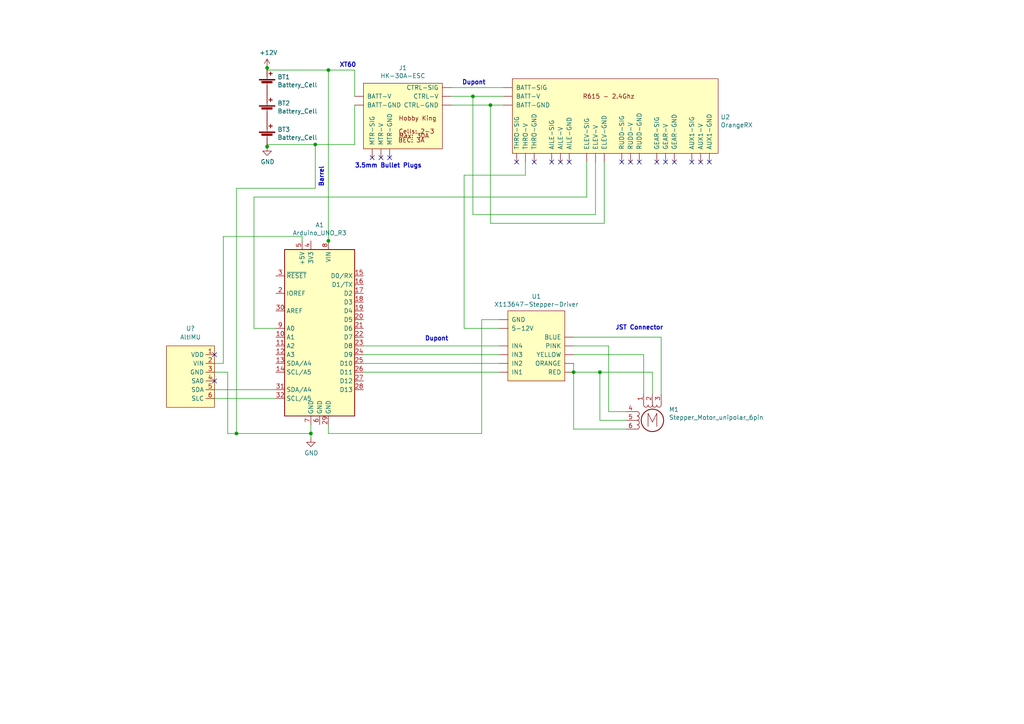
<source format=kicad_sch>
(kicad_sch (version 20211123) (generator eeschema)
  (paper "A4")
  (lib_symbols
    (symbol "Device:Battery_Cell" (pin_numbers hide) (pin_names (offset 0) hide)
      (property "Reference" "BT" (at 2.54 2.54 0))
      (property "Value" "Battery_Cell" (at 2.54 0 0))
      (symbol "Battery_Cell_0_1"
        (rectangle (start -2.286 1.778) (end 2.286 1.524) (fill (type outline)))
        (rectangle (start -1.5748 1.1938) (end 1.4732 0.6858) (fill (type outline)))
        (polyline (pts (xy 0 0.762) (xy 0 0)))
        (polyline (pts (xy 0 1.778) (xy 0 2.54)))
        (polyline (pts (xy 0.508 3.429) (xy 1.524 3.429)) (stroke (width 0.254)))
        (polyline (pts (xy 1.016 3.937) (xy 1.016 2.921)) (stroke (width 0.254)))
      )
      (symbol "Battery_Cell_1_1"
        (pin passive line (at 0 5.08 270) (length 2.54) (name "+") (number "1"))
        (pin passive line (at 0 -2.54 90) (length 2.54) (name "-") (number "2"))
      )
    )
    (symbol "MCU_Module:Arduino_UNO_R3"
      (property "Reference" "A" (at -10.16 23.495 0))
      (property "Value" "Arduino_UNO_R3" (at 5.08 -26.67 0))
      (symbol "Arduino_UNO_R3_0_1"
        (rectangle (start -10.16 22.86) (end 10.16 -25.4) (stroke (width 0.254)) (fill (type background)))
      )
      (symbol "Arduino_UNO_R3_1_1"
        (pin no_connect line (at -10.16 -20.32 0) (length 2.54) hide (name "NC") (number "1"))
        (pin bidirectional line (at 12.7 -2.54 180) (length 2.54) (name "A1") (number "10"))
        (pin bidirectional line (at 12.7 -5.08 180) (length 2.54) (name "A2") (number "11"))
        (pin bidirectional line (at 12.7 -7.62 180) (length 2.54) (name "A3") (number "12"))
        (pin bidirectional line (at 12.7 -10.16 180) (length 2.54) (name "SDA/A4") (number "13"))
        (pin bidirectional line (at 12.7 -12.7 180) (length 2.54) (name "SCL/A5") (number "14"))
        (pin bidirectional line (at -12.7 15.24 0) (length 2.54) (name "D0/RX") (number "15"))
        (pin bidirectional line (at -12.7 12.7 0) (length 2.54) (name "D1/TX") (number "16"))
        (pin bidirectional line (at -12.7 10.16 0) (length 2.54) (name "D2") (number "17"))
        (pin bidirectional line (at -12.7 7.62 0) (length 2.54) (name "D3") (number "18"))
        (pin bidirectional line (at -12.7 5.08 0) (length 2.54) (name "D4") (number "19"))
        (pin output line (at 12.7 10.16 180) (length 2.54) (name "IOREF") (number "2"))
        (pin bidirectional line (at -12.7 2.54 0) (length 2.54) (name "D5") (number "20"))
        (pin bidirectional line (at -12.7 0 0) (length 2.54) (name "D6") (number "21"))
        (pin bidirectional line (at -12.7 -2.54 0) (length 2.54) (name "D7") (number "22"))
        (pin bidirectional line (at -12.7 -5.08 0) (length 2.54) (name "D8") (number "23"))
        (pin bidirectional line (at -12.7 -7.62 0) (length 2.54) (name "D9") (number "24"))
        (pin bidirectional line (at -12.7 -10.16 0) (length 2.54) (name "D10") (number "25"))
        (pin bidirectional line (at -12.7 -12.7 0) (length 2.54) (name "D11") (number "26"))
        (pin bidirectional line (at -12.7 -15.24 0) (length 2.54) (name "D12") (number "27"))
        (pin bidirectional line (at -12.7 -17.78 0) (length 2.54) (name "D13") (number "28"))
        (pin power_in line (at -2.54 -27.94 90) (length 2.54) (name "GND") (number "29"))
        (pin input line (at 12.7 15.24 180) (length 2.54) (name "~{RESET}") (number "3"))
        (pin input line (at 12.7 5.08 180) (length 2.54) (name "AREF") (number "30"))
        (pin bidirectional line (at 12.7 -17.78 180) (length 2.54) (name "SDA/A4") (number "31"))
        (pin bidirectional line (at 12.7 -20.32 180) (length 2.54) (name "SCL/A5") (number "32"))
        (pin power_out line (at 2.54 25.4 270) (length 2.54) (name "3V3") (number "4"))
        (pin power_out line (at 5.08 25.4 270) (length 2.54) (name "+5V") (number "5"))
        (pin power_in line (at 0 -27.94 90) (length 2.54) (name "GND") (number "6"))
        (pin power_in line (at 2.54 -27.94 90) (length 2.54) (name "GND") (number "7"))
        (pin power_in line (at -2.54 25.4 270) (length 2.54) (name "VIN") (number "8"))
        (pin bidirectional line (at 12.7 0 180) (length 2.54) (name "A0") (number "9"))
      )
    )
    (symbol "Motor:Stepper_Motor_unipolar_6pin" (pin_names (offset 0) hide)
      (property "Reference" "M" (at 3.81 2.54 0))
      (property "Value" "Stepper_Motor_unipolar_6pin" (at 3.81 1.27 0))
      (symbol "Stepper_Motor_unipolar_6pin_0_0"
        (polyline (pts (xy -1.27 -1.778) (xy -1.27 2.032) (xy 0 -0.508) (xy 1.27 2.032) (xy 1.27 -1.778)))
      )
      (symbol "Stepper_Motor_unipolar_6pin_0_1"
        (arc (start -4.445 -2.54) (mid -3.81 -1.905) (end -4.445 -1.27))
        (arc (start -4.445 -1.27) (mid -3.81 -0.635) (end -4.445 0))
        (arc (start -4.445 0) (mid -3.81 0.635) (end -4.445 1.27))
        (arc (start -4.445 1.27) (mid -3.81 1.905) (end -4.445 2.54))
        (arc (start -2.54 4.445) (mid -1.905 3.81) (end -1.27 4.445))
        (arc (start -1.27 4.445) (mid -0.635 3.81) (end 0 4.445))
        (polyline (pts (xy -5.08 -2.54) (xy -4.445 -2.54)))
        (polyline (pts (xy -5.08 2.54) (xy -4.445 2.54)))
        (polyline (pts (xy -4.445 0) (xy -5.08 0)))
        (polyline (pts (xy -2.54 4.445) (xy -2.54 5.08)))
        (polyline (pts (xy 0 4.445) (xy 0 5.08)))
        (polyline (pts (xy 2.54 4.445) (xy 2.54 5.08)))
        (circle (center 0 0) (radius 3.2512) (stroke (width 0.254)))
        (arc (start 0 4.445) (mid 0.635 3.81) (end 1.27 4.445))
        (arc (start 1.27 4.445) (mid 1.905 3.81) (end 2.54 4.445))
      )
      (symbol "Stepper_Motor_unipolar_6pin_1_1"
        (pin passive line (at -2.54 7.62 270) (length 2.54) (name "~") (number "1"))
        (pin passive line (at 0 7.62 270) (length 2.54) (name "~") (number "2"))
        (pin passive line (at 2.54 7.62 270) (length 2.54) (name "-") (number "3"))
        (pin passive line (at -7.62 2.54 0) (length 2.54) (name "~") (number "4"))
        (pin passive line (at -7.62 0 0) (length 2.54) (name "~") (number "5"))
        (pin passive line (at -7.62 -2.54 0) (length 2.54) (name "~") (number "6"))
      )
    )
    (symbol "payload2022_custom:AltIMU"
      (property "Reference" "U" (at 3.81 1.27 0))
      (property "Value" "AltIMU" (at 1.27 -10.16 90))
      (symbol "AltIMU_0_1"
        (rectangle (start -2.54 -19.05) (end 11.43 -1.27) (fill (type background)))
      )
      (symbol "AltIMU_1_1"
        (pin input line (at 11.43 -3.81 180) (length 2.54) (name "VDD") (number "1"))
        (pin input line (at 11.43 -6.35 180) (length 2.54) (name "VIN") (number "2"))
        (pin input line (at 11.43 -8.89 180) (length 2.54) (name "GND") (number "3"))
        (pin input line (at 11.43 -11.43 180) (length 2.54) (name "SA0") (number "4"))
        (pin input line (at 11.43 -13.97 180) (length 2.54) (name "SDA") (number "5"))
        (pin input line (at 11.43 -16.51 180) (length 2.54) (name "SLC") (number "6"))
      )
    )
    (symbol "payload2022_custom:HK-30A-ESC" (pin_names (offset 1.016))
      (property "Reference" "J" (at 0 0 0))
      (property "Value" "HK-30A-ESC" (at 7.62 -13.97 0))
      (symbol "HK-30A-ESC_0_0"
        (text "BEC: 3A" (at 8.89 -19.05 0) (effects (font (size 1.27 1.27)) (justify right)))
        (text "Cells: 2-3" (at 1.27 -16.51 0) (effects (font (size 1.27 1.27)) (justify left)))
        (text "Hobby King" (at 1.27 -12.7 0) (effects (font (size 1.27 1.27)) (justify left)))
        (text "Max: 30A" (at 1.27 -17.78 0) (effects (font (size 1.27 1.27)) (justify left)))
      )
      (symbol "HK-30A-ESC_0_1"
        (rectangle (start -8.89 -2.54) (end 13.97 -21.59) (fill (type background)))
      )
      (symbol "HK-30A-ESC_1_1"
        (pin input line (at -11.43 -8.89 0) (length 2.54) (name "BATT-GND") (number "~"))
        (pin input line (at -11.43 -6.35 0) (length 2.54) (name "BATT-V") (number "~"))
        (pin input line (at 16.51 -8.89 180) (length 2.54) (name "CTRL-GND") (number "~"))
        (pin input line (at 16.51 -3.81 180) (length 2.54) (name "CTRL-SIG") (number "~"))
        (pin input line (at 16.51 -6.35 180) (length 2.54) (name "CTRL-V") (number "~"))
        (pin input line (at -1.27 -24.13 90) (length 2.54) (name "MTR-GND") (number "~"))
        (pin input line (at -6.35 -24.13 90) (length 2.54) (name "MTR-SIG") (number "~"))
        (pin input line (at -3.81 -24.13 90) (length 2.54) (name "MTR-V") (number "~"))
      )
    )
    (symbol "payload2022_custom:OrangeRX" (pin_names (offset 1.016))
      (property "Reference" "U" (at 16.51 -2.54 0))
      (property "Value" "OrangeRX" (at 16.51 -6.35 0))
      (symbol "OrangeRX_0_0"
        (text "R615 - 2.4Ghz" (at 16.51 -8.89 0) (effects (font (size 1.27 1.27))))
      )
      (symbol "OrangeRX_0_1"
        (rectangle (start -11.43 -3.81) (end 48.26 -25.4) (fill (type background)))
      )
      (symbol "OrangeRX_1_1"
        (pin input line (at 5.08 -27.94 90) (length 2.54) (name "AILE-GND") (number "~"))
        (pin input line (at 0 -27.94 90) (length 2.54) (name "AILE-SIG") (number "~"))
        (pin input line (at 2.54 -27.94 90) (length 2.54) (name "AILE-V") (number "~"))
        (pin input line (at 45.72 -27.94 90) (length 2.54) (name "AUX1-GND") (number "~"))
        (pin input line (at 40.64 -27.94 90) (length 2.54) (name "AUX1-SIG") (number "~"))
        (pin input line (at 43.18 -27.94 90) (length 2.54) (name "AUX1-V") (number "~"))
        (pin input line (at -13.97 -11.43 0) (length 2.54) (name "BATT-GND") (number "~"))
        (pin input line (at -13.97 -6.35 0) (length 2.54) (name "BATT-SIG") (number "~"))
        (pin input line (at -13.97 -8.89 0) (length 2.54) (name "BATT-V") (number "~"))
        (pin input line (at 15.24 -27.94 90) (length 2.54) (name "ELEV-GND") (number "~"))
        (pin input line (at 10.16 -27.94 90) (length 2.54) (name "ELEV-SIG") (number "~"))
        (pin input line (at 12.7 -27.94 90) (length 2.54) (name "ELEV-V") (number "~"))
        (pin input line (at 35.56 -27.94 90) (length 2.54) (name "GEAR-GND") (number "~"))
        (pin input line (at 30.48 -27.94 90) (length 2.54) (name "GEAR-SIG") (number "~"))
        (pin input line (at 33.02 -27.94 90) (length 2.54) (name "GEAR-V") (number "~"))
        (pin input line (at 25.4 -27.94 90) (length 2.54) (name "RUDD-GND") (number "~"))
        (pin input line (at 20.32 -27.94 90) (length 2.54) (name "RUDD-SIG") (number "~"))
        (pin input line (at 22.86 -27.94 90) (length 2.54) (name "RUDD-V") (number "~"))
        (pin input line (at -5.08 -27.94 90) (length 2.54) (name "THRO-GND") (number "~"))
        (pin input line (at -10.16 -27.94 90) (length 2.54) (name "THRO-SIG") (number "~"))
        (pin input line (at -7.62 -27.94 90) (length 2.54) (name "THRO-V") (number "~"))
      )
    )
    (symbol "payload2022_custom:X113647-Stepper-Driver" (pin_names (offset 1.016))
      (property "Reference" "U" (at 0 0 0))
      (property "Value" "X113647-Stepper-Driver" (at 0 2.54 0))
      (symbol "X113647-Stepper-Driver_0_1"
        (rectangle (start -6.35 -1.27) (end 10.16 -21.59) (fill (type background)))
      )
      (symbol "X113647-Stepper-Driver_1_1"
        (pin input line (at -8.89 -6.35 0) (length 2.54) (name "5-12V") (number "~"))
        (pin input line (at 12.7 -8.89 180) (length 2.54) (name "BLUE") (number "~"))
        (pin input line (at -8.89 -3.81 0) (length 2.54) (name "GND") (number "~"))
        (pin input line (at -8.89 -19.05 0) (length 2.54) (name "IN1") (number "~"))
        (pin input line (at -8.89 -16.51 0) (length 2.54) (name "IN2") (number "~"))
        (pin input line (at -8.89 -13.97 0) (length 2.54) (name "IN3") (number "~"))
        (pin input line (at -8.89 -11.43 0) (length 2.54) (name "IN4") (number "~"))
        (pin input line (at 12.7 -16.51 180) (length 2.54) (name "ORANGE") (number "~"))
        (pin input line (at 12.7 -11.43 180) (length 2.54) (name "PINK") (number "~"))
        (pin input line (at 12.7 -19.05 180) (length 2.54) (name "RED") (number "~"))
        (pin input line (at 12.7 -13.97 180) (length 2.54) (name "YELLOW") (number "~"))
      )
    )
    (symbol "power:+12V" (power) (pin_names (offset 0))
      (property "Value" "+12V" (at 0 3.556 0))
      (symbol "+12V_0_1"
        (polyline (pts (xy -0.762 1.27) (xy 0 2.54)))
        (polyline (pts (xy 0 0) (xy 0 2.54)))
        (polyline (pts (xy 0 2.54) (xy 0.762 1.27)))
      )
      (symbol "+12V_1_1"
        (pin power_in line (at 0 0 90) (length 0) hide (name "+12V") (number "1"))
      )
    )
    (symbol "power:GND" (power) (pin_names (offset 0))
      (property "Value" "GND" (at 0 -3.81 0))
      (symbol "GND_0_1"
        (polyline (pts (xy 0 0) (xy 0 -1.27) (xy 1.27 -1.27) (xy 0 -2.54) (xy -1.27 -1.27) (xy 0 -1.27)))
      )
      (symbol "GND_1_1"
        (pin power_in line (at 0 0 270) (length 0) hide (name "GND") (number "1"))
      )
    )
  )
  (junction (at 95.25 69.85))
  (junction (at 95.25 20.32))
  (junction (at 173.99 107.95))
  (junction (at 142.24 30.48))
  (junction (at 137.16 27.94))
  (junction (at 77.47 42.545))
  (junction (at 77.47 19.685))
  (junction (at 166.37 107.95))
  (junction (at 68.58 125.73))
  (junction (at 90.17 125.73))
  (junction (at 91.44 41.91))
  (no_connect (at 110.49 45.72))
  (no_connect (at 182.88 46.99))
  (no_connect (at 62.23 102.87))
  (no_connect (at 62.23 110.49))
  (no_connect (at 180.34 46.99))
  (no_connect (at 113.03 45.72))
  (no_connect (at 200.66 46.99))
  (no_connect (at 107.95 45.72))
  (no_connect (at 162.56 46.99))
  (no_connect (at 195.58 46.99))
  (no_connect (at 190.5 46.99))
  (no_connect (at 154.94 46.99))
  (no_connect (at 193.04 46.99))
  (no_connect (at 160.02 46.99))
  (no_connect (at 165.1 46.99))
  (no_connect (at 205.74 46.99))
  (no_connect (at 185.42 46.99))
  (no_connect (at 149.86 46.99))
  (no_connect (at 203.2 46.99))
  (wire (pts (xy 144.78 92.71) (xy 139.7 92.71)))
  (wire (pts (xy 130.81 27.94) (xy 137.16 27.94)))
  (wire (pts (xy 176.53 119.38) (xy 181.61 119.38)))
  (wire (pts (xy 105.41 92.71) (xy 102.87 92.71)))
  (wire (pts (xy 130.81 30.48) (xy 142.24 30.48)))
  (wire (pts (xy 134.62 50.8) (xy 152.4 50.8)))
  (wire (pts (xy 166.37 124.46) (xy 181.61 124.46)))
  (wire (pts (xy 91.44 41.91) (xy 91.44 54.61)))
  (wire (pts (xy 139.7 92.71) (xy 139.7 125.73)))
  (wire (pts (xy 139.7 125.73) (xy 95.25 125.73)))
  (wire (pts (xy 62.23 107.95) (xy 66.04 107.95)))
  (wire (pts (xy 68.58 54.61) (xy 68.58 125.73)))
  (wire (pts (xy 102.87 41.91) (xy 102.87 30.48)))
  (wire (pts (xy 77.47 41.91) (xy 77.47 42.545)))
  (wire (pts (xy 95.25 70.485) (xy 95.25 69.85)))
  (wire (pts (xy 173.99 107.95) (xy 173.99 121.92)))
  (wire (pts (xy 66.04 125.73) (xy 68.58 125.73)))
  (wire (pts (xy 166.37 107.95) (xy 166.37 124.46)))
  (wire (pts (xy 176.53 100.33) (xy 176.53 119.38)))
  (wire (pts (xy 91.44 54.61) (xy 68.58 54.61)))
  (wire (pts (xy 66.04 107.95) (xy 66.04 125.73)))
  (wire (pts (xy 62.23 115.57) (xy 80.01 115.57)))
  (wire (pts (xy 91.44 41.91) (xy 102.87 41.91)))
  (wire (pts (xy 77.47 41.91) (xy 91.44 41.91)))
  (wire (pts (xy 77.47 20.32) (xy 77.47 19.685)))
  (wire (pts (xy 144.78 107.95) (xy 105.41 107.95)))
  (wire (pts (xy 64.77 105.41) (xy 64.77 68.58)))
  (wire (pts (xy 68.58 125.73) (xy 90.17 125.73)))
  (wire (pts (xy 166.37 102.87) (xy 186.69 102.87)))
  (wire (pts (xy 90.17 125.73) (xy 90.17 127)))
  (wire (pts (xy 189.23 107.95) (xy 189.23 114.3)))
  (wire (pts (xy 166.37 100.33) (xy 176.53 100.33)))
  (wire (pts (xy 62.23 105.41) (xy 64.77 105.41)))
  (wire (pts (xy 134.62 95.25) (xy 134.62 50.8)))
  (wire (pts (xy 95.25 20.32) (xy 102.87 20.32)))
  (wire (pts (xy 172.72 62.23) (xy 137.16 62.23)))
  (wire (pts (xy 175.26 46.99) (xy 175.26 64.77)))
  (wire (pts (xy 166.37 105.41) (xy 166.37 107.95)))
  (wire (pts (xy 137.16 62.23) (xy 137.16 27.94)))
  (wire (pts (xy 95.25 69.85) (xy 95.25 20.32)))
  (wire (pts (xy 191.77 97.79) (xy 191.77 114.3)))
  (wire (pts (xy 144.78 100.33) (xy 105.41 100.33)))
  (wire (pts (xy 62.23 113.03) (xy 80.01 113.03)))
  (wire (pts (xy 166.37 97.79) (xy 191.77 97.79)))
  (wire (pts (xy 73.66 57.15) (xy 73.66 95.25)))
  (wire (pts (xy 77.47 20.32) (xy 95.25 20.32)))
  (wire (pts (xy 137.16 27.94) (xy 146.05 27.94)))
  (wire (pts (xy 144.78 102.87) (xy 105.41 102.87)))
  (wire (pts (xy 102.87 20.32) (xy 102.87 27.94)))
  (wire (pts (xy 142.24 30.48) (xy 146.05 30.48)))
  (wire (pts (xy 130.81 25.4) (xy 146.05 25.4)))
  (wire (pts (xy 87.63 68.58) (xy 87.63 69.85)))
  (wire (pts (xy 142.24 64.77) (xy 142.24 30.48)))
  (wire (pts (xy 173.99 107.95) (xy 189.23 107.95)))
  (wire (pts (xy 95.25 125.73) (xy 95.25 123.19)))
  (wire (pts (xy 172.72 46.99) (xy 172.72 62.23)))
  (wire (pts (xy 170.18 57.15) (xy 73.66 57.15)))
  (wire (pts (xy 186.69 102.87) (xy 186.69 114.3)))
  (wire (pts (xy 152.4 50.8) (xy 152.4 46.99)))
  (wire (pts (xy 166.37 107.95) (xy 173.99 107.95)))
  (wire (pts (xy 175.26 64.77) (xy 142.24 64.77)))
  (wire (pts (xy 134.62 95.25) (xy 144.78 95.25)))
  (wire (pts (xy 170.18 46.99) (xy 170.18 57.15)))
  (wire (pts (xy 90.17 123.19) (xy 90.17 125.73)))
  (wire (pts (xy 64.77 68.58) (xy 87.63 68.58)))
  (wire (pts (xy 173.99 121.92) (xy 181.61 121.92)))
  (wire (pts (xy 73.66 95.25) (xy 80.01 95.25)))
  (wire (pts (xy 105.41 105.41) (xy 144.78 105.41)))
  (text "3.5mm Bullet Plugs" (at 102.87 48.895 0) (effects (font (size 1.27 1.27) (thickness 0.254) bold) (justify left bottom)))
  (text "XT60" (at 98.425 19.685 0) (effects (font (size 1.27 1.27) (thickness 0.254) bold) (justify left bottom)))
  (text "Dupont" (at 123.19 99.06 0) (effects (font (size 1.27 1.27) (thickness 0.254) bold) (justify left bottom)))
  (text "Dupont" (at 133.985 24.765 0) (effects (font (size 1.27 1.27) (thickness 0.254) bold) (justify left bottom)))
  (text "Barrel" (at 93.98 48.26 270) (effects (font (size 1.27 1.27) (thickness 0.254) bold) (justify right bottom)))
  (text "JST Connector" (at 178.435 95.885 0) (effects (font (size 1.27 1.27) (thickness 0.254) bold) (justify left bottom)))
  (symbol (lib_id "MCU_Module:Arduino_UNO_R3") (at 92.71 95.25 0) (mirror y) (unit 1)
    (property "Reference" "A1" (at 92.71 65.2526 0))
    (property "Value" "Arduino_UNO_R3" (at 92.71 67.564 0))
    (property "Footprint" "Module:Arduino_UNO_R3" (effects hide))
    (property "Datasheet" "https://www.arduino.cc/en/Main/arduinoBoardUno" (effects hide))
  )
  (symbol (lib_id "payload2022_custom:OrangeRX") (at 160.02 19.05 0) (unit 1)
    (property "Reference" "U2" (at 208.9912 33.9598 0) (effects (justify left)))
    (property "Value" "OrangeRX" (at 208.9912 36.2712 0) (effects (justify left)))
  )
  (symbol (lib_id "Device:Battery_Cell") (at 77.47 40.005 0) (unit 1)
    (property "Reference" "BT3" (at 80.4672 37.5666 0) (effects (justify left)))
    (property "Value" "Battery_Cell" (at 80.4672 39.878 0) (effects (justify left)))
  )
  (symbol (lib_id "Device:Battery_Cell") (at 77.47 32.385 0) (unit 1)
    (property "Reference" "BT2" (at 80.4672 29.9466 0) (effects (justify left)))
    (property "Value" "Battery_Cell" (at 80.4672 32.258 0) (effects (justify left)))
  )
  (symbol (lib_id "Device:Battery_Cell") (at 77.47 24.765 0) (unit 1)
    (property "Reference" "BT1" (at 80.4672 22.3266 0) (effects (justify left)))
    (property "Value" "Battery_Cell" (at 80.4672 24.638 0) (effects (justify left)))
  )
  (symbol (lib_id "power:+12V") (at 77.47 19.685 0) (unit 1)
    (property "Reference" "#PWR01" (effects hide))
    (property "Value" "+12V" (at 77.851 15.2908 0))
  )
  (symbol (lib_id "power:GND") (at 77.47 42.545 0) (unit 1)
    (property "Reference" "#PWR02" (effects hide))
    (property "Value" "GND" (at 77.597 46.9392 0))
  )
  (symbol (lib_id "payload2022_custom:HK-30A-ESC") (at 114.3 21.59 0) (unit 1)
    (property "Reference" "J1" (at 116.84 19.685 0))
    (property "Value" "HK-30A-ESC" (at 116.84 21.9964 0))
  )
  (symbol (lib_id "power:GND") (at 90.17 127 0) (unit 1)
    (property "Reference" "#PWR03" (effects hide))
    (property "Value" "GND" (at 90.297 131.3942 0))
  )
  (symbol (lib_id "Motor:Stepper_Motor_unipolar_6pin") (at 189.23 121.92 0) (unit 1)
    (property "Reference" "M1" (at 194.0052 118.7704 0) (effects (justify left)))
    (property "Value" "Stepper_Motor_unipolar_6pin" (at 194.0052 121.0818 0) (effects (justify left)))
    (property "Datasheet" "http://www.infineon.com/dgdl/Application-Note-TLE8110EE_driving_UniPolarStepperMotor_V1.1.pdf?fileId=db3a30431be39b97011be5d0aa0a00b0" (effects hide))
  )
  (symbol (lib_id "payload2022_custom:X113647-Stepper-Driver") (at 153.67 88.9 0) (unit 1)
    (property "Reference" "U1" (at 155.575 85.979 0))
    (property "Value" "X113647-Stepper-Driver" (at 155.575 88.2904 0))
  )
  (symbol (lib_id "payload2022_custom:AltIMU") (at 50.8 99.06 0) (unit 1)
    (property "Reference" "U?" (at 55.245 95.25 0))
    (property "Value" "AltIMU" (at 55.245 97.79 0))
  )
)
</source>
